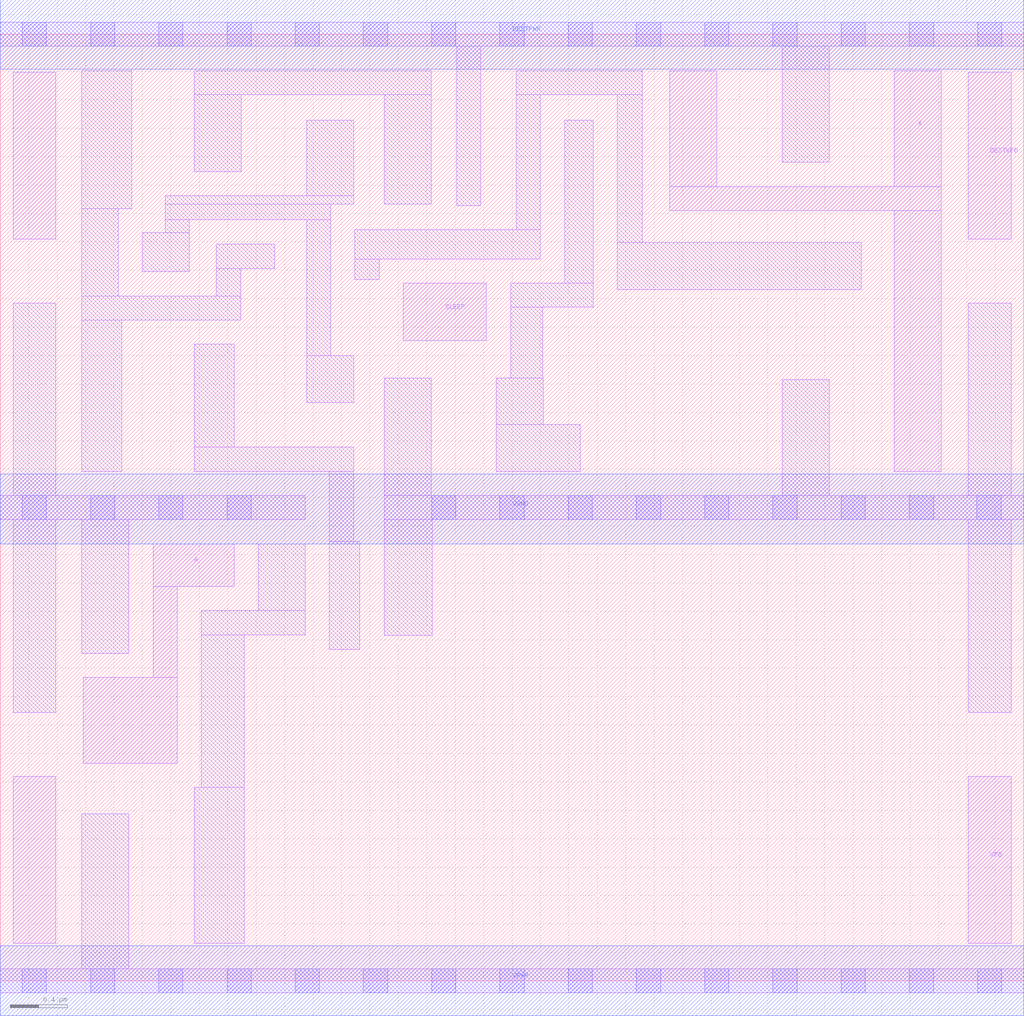
<source format=lef>
# Copyright 2020 The SkyWater PDK Authors
#
# Licensed under the Apache License, Version 2.0 (the "License");
# you may not use this file except in compliance with the License.
# You may obtain a copy of the License at
#
#     https://www.apache.org/licenses/LICENSE-2.0
#
# Unless required by applicable law or agreed to in writing, software
# distributed under the License is distributed on an "AS IS" BASIS,
# WITHOUT WARRANTIES OR CONDITIONS OF ANY KIND, either express or implied.
# See the License for the specific language governing permissions and
# limitations under the License.
#
# SPDX-License-Identifier: Apache-2.0

VERSION 5.7 ;
  NAMESCASESENSITIVE ON ;
  NOWIREEXTENSIONATPIN ON ;
  DIVIDERCHAR "/" ;
  BUSBITCHARS "[]" ;
UNITS
  DATABASE MICRONS 200 ;
END UNITS
MACRO sky130_fd_sc_lp__lsbufiso1p_lp
  CLASS CORE ;
  FOREIGN sky130_fd_sc_lp__lsbufiso1p_lp ;
  ORIGIN  0.000000  0.000000 ;
  SIZE  7.200000 BY  6.660000 ;
  SYMMETRY X Y R90 ;
  SITE unit ;
  PIN A
    ANTENNAGATEAREA  0.678000 ;
    DIRECTION INPUT ;
    USE SIGNAL ;
    PORT
      LAYER li1 ;
        RECT 0.585000 1.530000 1.245000 2.135000 ;
        RECT 1.075000 2.135000 1.245000 2.775000 ;
        RECT 1.075000 2.775000 1.645000 3.075000 ;
    END
  END A
  PIN SLEEP
    ANTENNAGATEAREA  0.576000 ;
    DIRECTION INPUT ;
    USE SIGNAL ;
    PORT
      LAYER li1 ;
        RECT 2.835000 4.505000 3.420000 4.910000 ;
    END
  END SLEEP
  PIN X
    ANTENNADIFFAREA  0.772600 ;
    DIRECTION OUTPUT ;
    USE SIGNAL ;
    PORT
      LAYER li1 ;
        RECT 4.710000 5.420000 6.620000 5.590000 ;
        RECT 4.710000 5.590000 5.040000 6.405000 ;
        RECT 6.290000 3.585000 6.620000 5.420000 ;
        RECT 6.290000 5.590000 6.620000 6.405000 ;
    END
  END X
  PIN DESTPWR
    DIRECTION INOUT ;
    USE POWER ;
    PORT
      LAYER met1 ;
        RECT 0.000000 6.415000 7.200000 6.905000 ;
    END
  END DESTPWR
  PIN DESTVPB
    DIRECTION INOUT ;
    USE POWER ;
    PORT
      LAYER li1 ;
        RECT 0.090000 5.220000 0.390000 6.395000 ;
        RECT 6.810000 5.220000 7.110000 6.395000 ;
    END
  END DESTVPB
  PIN VGND
    DIRECTION INOUT ;
    USE GROUND ;
    PORT
      LAYER met1 ;
        RECT 0.000000 3.075000 7.200000 3.565000 ;
    END
  END VGND
  PIN VPB
    DIRECTION INOUT ;
    USE POWER ;
    PORT
      LAYER li1 ;
        RECT 0.090000 0.265000 0.390000 1.440000 ;
        RECT 6.810000 0.265000 7.110000 1.440000 ;
    END
  END VPB
  PIN VPWR
    DIRECTION INOUT ;
    USE POWER ;
    PORT
      LAYER met1 ;
        RECT 0.000000 -0.245000 7.200000 0.245000 ;
    END
  END VPWR
  OBS
    LAYER li1 ;
      RECT 0.000000 -0.085000 7.200000 0.085000 ;
      RECT 0.000000  3.245000 2.145000 3.415000 ;
      RECT 0.000000  6.575000 7.200000 6.745000 ;
      RECT 0.090000  1.890000 0.390000 3.245000 ;
      RECT 0.090000  3.415000 0.390000 4.770000 ;
      RECT 0.575000  0.085000 0.905000 1.175000 ;
      RECT 0.575000  2.305000 0.905000 3.245000 ;
      RECT 0.575000  3.585000 0.855000 4.650000 ;
      RECT 0.575000  4.650000 1.690000 4.820000 ;
      RECT 0.575000  4.820000 0.830000 5.435000 ;
      RECT 0.575000  5.435000 0.925000 6.405000 ;
      RECT 1.000000  4.990000 1.330000 5.265000 ;
      RECT 1.160000  5.265000 1.330000 5.355000 ;
      RECT 1.160000  5.355000 2.325000 5.465000 ;
      RECT 1.160000  5.465000 2.485000 5.525000 ;
      RECT 1.365000  0.265000 1.715000 1.360000 ;
      RECT 1.365000  3.585000 2.485000 3.755000 ;
      RECT 1.365000  3.755000 1.645000 4.480000 ;
      RECT 1.365000  5.695000 1.695000 6.235000 ;
      RECT 1.365000  6.235000 3.030000 6.405000 ;
      RECT 1.415000  1.360000 1.715000 2.435000 ;
      RECT 1.415000  2.435000 2.145000 2.605000 ;
      RECT 1.520000  4.820000 1.690000 5.010000 ;
      RECT 1.520000  5.010000 1.930000 5.185000 ;
      RECT 1.815000  2.605000 2.145000 3.075000 ;
      RECT 2.155000  4.070000 2.485000 4.400000 ;
      RECT 2.155000  4.400000 2.325000 5.355000 ;
      RECT 2.155000  5.525000 2.485000 6.055000 ;
      RECT 2.315000  2.330000 2.530000 3.090000 ;
      RECT 2.315000  3.090000 2.485000 3.585000 ;
      RECT 2.495000  4.935000 2.665000 5.080000 ;
      RECT 2.495000  5.080000 3.800000 5.285000 ;
      RECT 2.700000  2.430000 3.040000 3.245000 ;
      RECT 2.700000  3.245000 7.200000 3.415000 ;
      RECT 2.700000  3.415000 3.030000 4.240000 ;
      RECT 2.700000  5.465000 3.030000 6.235000 ;
      RECT 3.210000  5.455000 3.380000 6.575000 ;
      RECT 3.490000  3.585000 4.080000 3.915000 ;
      RECT 3.490000  3.915000 3.820000 4.240000 ;
      RECT 3.590000  4.240000 3.815000 4.740000 ;
      RECT 3.590000  4.740000 4.170000 4.910000 ;
      RECT 3.630000  5.285000 3.800000 6.235000 ;
      RECT 3.630000  6.235000 4.515000 6.405000 ;
      RECT 3.970000  4.910000 4.170000 6.055000 ;
      RECT 4.340000  4.865000 6.055000 5.195000 ;
      RECT 4.340000  5.195000 4.515000 6.235000 ;
      RECT 5.500000  3.415000 5.830000 4.230000 ;
      RECT 5.500000  5.760000 5.830000 6.575000 ;
      RECT 6.810000  1.890000 7.110000 3.245000 ;
      RECT 6.810000  3.415000 7.110000 4.770000 ;
    LAYER mcon ;
      RECT 0.155000 -0.085000 0.325000 0.085000 ;
      RECT 0.155000  3.245000 0.325000 3.415000 ;
      RECT 0.155000  6.575000 0.325000 6.745000 ;
      RECT 0.635000 -0.085000 0.805000 0.085000 ;
      RECT 0.635000  3.245000 0.805000 3.415000 ;
      RECT 0.635000  6.575000 0.805000 6.745000 ;
      RECT 1.115000 -0.085000 1.285000 0.085000 ;
      RECT 1.115000  3.245000 1.285000 3.415000 ;
      RECT 1.115000  6.575000 1.285000 6.745000 ;
      RECT 1.595000 -0.085000 1.765000 0.085000 ;
      RECT 1.595000  3.245000 1.765000 3.415000 ;
      RECT 1.595000  6.575000 1.765000 6.745000 ;
      RECT 2.075000 -0.085000 2.245000 0.085000 ;
      RECT 2.075000  6.575000 2.245000 6.745000 ;
      RECT 2.555000 -0.085000 2.725000 0.085000 ;
      RECT 2.555000  6.575000 2.725000 6.745000 ;
      RECT 3.035000 -0.085000 3.205000 0.085000 ;
      RECT 3.035000  3.245000 3.205000 3.415000 ;
      RECT 3.035000  6.575000 3.205000 6.745000 ;
      RECT 3.515000 -0.085000 3.685000 0.085000 ;
      RECT 3.515000  3.245000 3.685000 3.415000 ;
      RECT 3.515000  6.575000 3.685000 6.745000 ;
      RECT 3.995000 -0.085000 4.165000 0.085000 ;
      RECT 3.995000  3.245000 4.165000 3.415000 ;
      RECT 3.995000  6.575000 4.165000 6.745000 ;
      RECT 4.475000 -0.085000 4.645000 0.085000 ;
      RECT 4.475000  3.245000 4.645000 3.415000 ;
      RECT 4.475000  6.575000 4.645000 6.745000 ;
      RECT 4.955000 -0.085000 5.125000 0.085000 ;
      RECT 4.955000  3.245000 5.125000 3.415000 ;
      RECT 4.955000  6.575000 5.125000 6.745000 ;
      RECT 5.435000 -0.085000 5.605000 0.085000 ;
      RECT 5.435000  3.245000 5.605000 3.415000 ;
      RECT 5.435000  6.575000 5.605000 6.745000 ;
      RECT 5.915000 -0.085000 6.085000 0.085000 ;
      RECT 5.915000  3.245000 6.085000 3.415000 ;
      RECT 5.915000  6.575000 6.085000 6.745000 ;
      RECT 6.395000 -0.085000 6.565000 0.085000 ;
      RECT 6.395000  3.245000 6.565000 3.415000 ;
      RECT 6.395000  6.575000 6.565000 6.745000 ;
      RECT 6.870000  3.245000 7.040000 3.415000 ;
      RECT 6.875000 -0.085000 7.045000 0.085000 ;
      RECT 6.875000  6.575000 7.045000 6.745000 ;
  END
END sky130_fd_sc_lp__lsbufiso1p_lp
END LIBRARY

</source>
